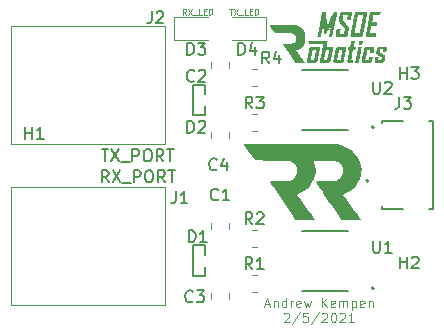
<source format=gbr>
%TF.GenerationSoftware,KiCad,Pcbnew,(5.99.0-8817-g721bf82603)*%
%TF.CreationDate,2021-02-09T01:09:19-06:00*%
%TF.ProjectId,VEXRS485ToSerial,56455852-5334-4383-9554-6f5365726961,rev?*%
%TF.SameCoordinates,Original*%
%TF.FileFunction,Legend,Top*%
%TF.FilePolarity,Positive*%
%FSLAX46Y46*%
G04 Gerber Fmt 4.6, Leading zero omitted, Abs format (unit mm)*
G04 Created by KiCad (PCBNEW (5.99.0-8817-g721bf82603)) date 2021-02-09 01:09:19*
%MOMM*%
%LPD*%
G01*
G04 APERTURE LIST*
%ADD10C,0.100000*%
%ADD11C,0.150000*%
%ADD12C,0.127000*%
%ADD13C,0.200000*%
%ADD14C,0.120000*%
G04 APERTURE END LIST*
D10*
X80645571Y-106550333D02*
X81026523Y-106550333D01*
X80569380Y-106778904D02*
X80836047Y-105978904D01*
X81102714Y-106778904D01*
X81369380Y-106245571D02*
X81369380Y-106778904D01*
X81369380Y-106321761D02*
X81407476Y-106283666D01*
X81483666Y-106245571D01*
X81597952Y-106245571D01*
X81674142Y-106283666D01*
X81712238Y-106359857D01*
X81712238Y-106778904D01*
X82436047Y-106778904D02*
X82436047Y-105978904D01*
X82436047Y-106740809D02*
X82359857Y-106778904D01*
X82207476Y-106778904D01*
X82131285Y-106740809D01*
X82093190Y-106702714D01*
X82055095Y-106626523D01*
X82055095Y-106397952D01*
X82093190Y-106321761D01*
X82131285Y-106283666D01*
X82207476Y-106245571D01*
X82359857Y-106245571D01*
X82436047Y-106283666D01*
X82817000Y-106778904D02*
X82817000Y-106245571D01*
X82817000Y-106397952D02*
X82855095Y-106321761D01*
X82893190Y-106283666D01*
X82969380Y-106245571D01*
X83045571Y-106245571D01*
X83617000Y-106740809D02*
X83540809Y-106778904D01*
X83388428Y-106778904D01*
X83312238Y-106740809D01*
X83274142Y-106664619D01*
X83274142Y-106359857D01*
X83312238Y-106283666D01*
X83388428Y-106245571D01*
X83540809Y-106245571D01*
X83617000Y-106283666D01*
X83655095Y-106359857D01*
X83655095Y-106436047D01*
X83274142Y-106512238D01*
X83921761Y-106245571D02*
X84074142Y-106778904D01*
X84226523Y-106397952D01*
X84378904Y-106778904D01*
X84531285Y-106245571D01*
X85445571Y-106778904D02*
X85445571Y-105978904D01*
X85902714Y-106778904D02*
X85559857Y-106321761D01*
X85902714Y-105978904D02*
X85445571Y-106436047D01*
X86550333Y-106740809D02*
X86474142Y-106778904D01*
X86321761Y-106778904D01*
X86245571Y-106740809D01*
X86207476Y-106664619D01*
X86207476Y-106359857D01*
X86245571Y-106283666D01*
X86321761Y-106245571D01*
X86474142Y-106245571D01*
X86550333Y-106283666D01*
X86588428Y-106359857D01*
X86588428Y-106436047D01*
X86207476Y-106512238D01*
X86931285Y-106778904D02*
X86931285Y-106245571D01*
X86931285Y-106321761D02*
X86969380Y-106283666D01*
X87045571Y-106245571D01*
X87159857Y-106245571D01*
X87236047Y-106283666D01*
X87274142Y-106359857D01*
X87274142Y-106778904D01*
X87274142Y-106359857D02*
X87312238Y-106283666D01*
X87388428Y-106245571D01*
X87502714Y-106245571D01*
X87578904Y-106283666D01*
X87617000Y-106359857D01*
X87617000Y-106778904D01*
X87997952Y-106245571D02*
X87997952Y-107045571D01*
X87997952Y-106283666D02*
X88074142Y-106245571D01*
X88226523Y-106245571D01*
X88302714Y-106283666D01*
X88340809Y-106321761D01*
X88378904Y-106397952D01*
X88378904Y-106626523D01*
X88340809Y-106702714D01*
X88302714Y-106740809D01*
X88226523Y-106778904D01*
X88074142Y-106778904D01*
X87997952Y-106740809D01*
X89026523Y-106740809D02*
X88950333Y-106778904D01*
X88797952Y-106778904D01*
X88721761Y-106740809D01*
X88683666Y-106664619D01*
X88683666Y-106359857D01*
X88721761Y-106283666D01*
X88797952Y-106245571D01*
X88950333Y-106245571D01*
X89026523Y-106283666D01*
X89064619Y-106359857D01*
X89064619Y-106436047D01*
X88683666Y-106512238D01*
X89407476Y-106245571D02*
X89407476Y-106778904D01*
X89407476Y-106321761D02*
X89445571Y-106283666D01*
X89521761Y-106245571D01*
X89636047Y-106245571D01*
X89712238Y-106283666D01*
X89750333Y-106359857D01*
X89750333Y-106778904D01*
X82245571Y-107343095D02*
X82283666Y-107305000D01*
X82359857Y-107266904D01*
X82550333Y-107266904D01*
X82626523Y-107305000D01*
X82664619Y-107343095D01*
X82702714Y-107419285D01*
X82702714Y-107495476D01*
X82664619Y-107609761D01*
X82207476Y-108066904D01*
X82702714Y-108066904D01*
X83617000Y-107228809D02*
X82931285Y-108257380D01*
X84264619Y-107266904D02*
X83883666Y-107266904D01*
X83845571Y-107647857D01*
X83883666Y-107609761D01*
X83959857Y-107571666D01*
X84150333Y-107571666D01*
X84226523Y-107609761D01*
X84264619Y-107647857D01*
X84302714Y-107724047D01*
X84302714Y-107914523D01*
X84264619Y-107990714D01*
X84226523Y-108028809D01*
X84150333Y-108066904D01*
X83959857Y-108066904D01*
X83883666Y-108028809D01*
X83845571Y-107990714D01*
X85217000Y-107228809D02*
X84531285Y-108257380D01*
X85445571Y-107343095D02*
X85483666Y-107305000D01*
X85559857Y-107266904D01*
X85750333Y-107266904D01*
X85826523Y-107305000D01*
X85864619Y-107343095D01*
X85902714Y-107419285D01*
X85902714Y-107495476D01*
X85864619Y-107609761D01*
X85407476Y-108066904D01*
X85902714Y-108066904D01*
X86397952Y-107266904D02*
X86474142Y-107266904D01*
X86550333Y-107305000D01*
X86588428Y-107343095D01*
X86626523Y-107419285D01*
X86664619Y-107571666D01*
X86664619Y-107762142D01*
X86626523Y-107914523D01*
X86588428Y-107990714D01*
X86550333Y-108028809D01*
X86474142Y-108066904D01*
X86397952Y-108066904D01*
X86321761Y-108028809D01*
X86283666Y-107990714D01*
X86245571Y-107914523D01*
X86207476Y-107762142D01*
X86207476Y-107571666D01*
X86245571Y-107419285D01*
X86283666Y-107343095D01*
X86321761Y-107305000D01*
X86397952Y-107266904D01*
X86969380Y-107343095D02*
X87007476Y-107305000D01*
X87083666Y-107266904D01*
X87274142Y-107266904D01*
X87350333Y-107305000D01*
X87388428Y-107343095D01*
X87426523Y-107419285D01*
X87426523Y-107495476D01*
X87388428Y-107609761D01*
X86931285Y-108066904D01*
X87426523Y-108066904D01*
X88188428Y-108066904D02*
X87731285Y-108066904D01*
X87959857Y-108066904D02*
X87959857Y-107266904D01*
X87883666Y-107381190D01*
X87807476Y-107457380D01*
X87731285Y-107495476D01*
D11*
%TO.C,U1*%
X89789095Y-101179380D02*
X89789095Y-101988904D01*
X89836714Y-102084142D01*
X89884333Y-102131761D01*
X89979571Y-102179380D01*
X90170047Y-102179380D01*
X90265285Y-102131761D01*
X90312904Y-102084142D01*
X90360523Y-101988904D01*
X90360523Y-101179380D01*
X91360523Y-102179380D02*
X90789095Y-102179380D01*
X91074809Y-102179380D02*
X91074809Y-101179380D01*
X90979571Y-101322238D01*
X90884333Y-101417476D01*
X90789095Y-101465095D01*
%TO.C,H3*%
X92075095Y-87447380D02*
X92075095Y-86447380D01*
X92075095Y-86923571D02*
X92646523Y-86923571D01*
X92646523Y-87447380D02*
X92646523Y-86447380D01*
X93027476Y-86447380D02*
X93646523Y-86447380D01*
X93313190Y-86828333D01*
X93456047Y-86828333D01*
X93551285Y-86875952D01*
X93598904Y-86923571D01*
X93646523Y-87018809D01*
X93646523Y-87256904D01*
X93598904Y-87352142D01*
X93551285Y-87399761D01*
X93456047Y-87447380D01*
X93170333Y-87447380D01*
X93075095Y-87399761D01*
X93027476Y-87352142D01*
%TO.C,J2*%
X71040666Y-81748380D02*
X71040666Y-82462666D01*
X70993047Y-82605523D01*
X70897809Y-82700761D01*
X70754952Y-82748380D01*
X70659714Y-82748380D01*
X71469238Y-81843619D02*
X71516857Y-81796000D01*
X71612095Y-81748380D01*
X71850190Y-81748380D01*
X71945428Y-81796000D01*
X71993047Y-81843619D01*
X72040666Y-81938857D01*
X72040666Y-82034095D01*
X71993047Y-82176952D01*
X71421619Y-82748380D01*
X72040666Y-82748380D01*
X66802380Y-93432380D02*
X67373809Y-93432380D01*
X67088095Y-94432380D02*
X67088095Y-93432380D01*
X67611904Y-93432380D02*
X68278571Y-94432380D01*
X68278571Y-93432380D02*
X67611904Y-94432380D01*
X68421428Y-94527619D02*
X69183333Y-94527619D01*
X69421428Y-94432380D02*
X69421428Y-93432380D01*
X69802380Y-93432380D01*
X69897619Y-93480000D01*
X69945238Y-93527619D01*
X69992857Y-93622857D01*
X69992857Y-93765714D01*
X69945238Y-93860952D01*
X69897619Y-93908571D01*
X69802380Y-93956190D01*
X69421428Y-93956190D01*
X70611904Y-93432380D02*
X70802380Y-93432380D01*
X70897619Y-93480000D01*
X70992857Y-93575238D01*
X71040476Y-93765714D01*
X71040476Y-94099047D01*
X70992857Y-94289523D01*
X70897619Y-94384761D01*
X70802380Y-94432380D01*
X70611904Y-94432380D01*
X70516666Y-94384761D01*
X70421428Y-94289523D01*
X70373809Y-94099047D01*
X70373809Y-93765714D01*
X70421428Y-93575238D01*
X70516666Y-93480000D01*
X70611904Y-93432380D01*
X72040476Y-94432380D02*
X71707142Y-93956190D01*
X71469047Y-94432380D02*
X71469047Y-93432380D01*
X71850000Y-93432380D01*
X71945238Y-93480000D01*
X71992857Y-93527619D01*
X72040476Y-93622857D01*
X72040476Y-93765714D01*
X71992857Y-93860952D01*
X71945238Y-93908571D01*
X71850000Y-93956190D01*
X71469047Y-93956190D01*
X72326190Y-93432380D02*
X72897619Y-93432380D01*
X72611904Y-94432380D02*
X72611904Y-93432380D01*
%TO.C,C4*%
X76541333Y-95099142D02*
X76493714Y-95146761D01*
X76350857Y-95194380D01*
X76255619Y-95194380D01*
X76112761Y-95146761D01*
X76017523Y-95051523D01*
X75969904Y-94956285D01*
X75922285Y-94765809D01*
X75922285Y-94622952D01*
X75969904Y-94432476D01*
X76017523Y-94337238D01*
X76112761Y-94242000D01*
X76255619Y-94194380D01*
X76350857Y-94194380D01*
X76493714Y-94242000D01*
X76541333Y-94289619D01*
X77398476Y-94527714D02*
X77398476Y-95194380D01*
X77160380Y-94146761D02*
X76922285Y-94861047D01*
X77541333Y-94861047D01*
%TO.C,J3*%
X91995666Y-88987380D02*
X91995666Y-89701666D01*
X91948047Y-89844523D01*
X91852809Y-89939761D01*
X91709952Y-89987380D01*
X91614714Y-89987380D01*
X92376619Y-88987380D02*
X92995666Y-88987380D01*
X92662333Y-89368333D01*
X92805190Y-89368333D01*
X92900428Y-89415952D01*
X92948047Y-89463571D01*
X92995666Y-89558809D01*
X92995666Y-89796904D01*
X92948047Y-89892142D01*
X92900428Y-89939761D01*
X92805190Y-89987380D01*
X92519476Y-89987380D01*
X92424238Y-89939761D01*
X92376619Y-89892142D01*
%TO.C,R2*%
X79573333Y-99767380D02*
X79240000Y-99291190D01*
X79001904Y-99767380D02*
X79001904Y-98767380D01*
X79382857Y-98767380D01*
X79478095Y-98815000D01*
X79525714Y-98862619D01*
X79573333Y-98957857D01*
X79573333Y-99100714D01*
X79525714Y-99195952D01*
X79478095Y-99243571D01*
X79382857Y-99291190D01*
X79001904Y-99291190D01*
X79954285Y-98862619D02*
X80001904Y-98815000D01*
X80097142Y-98767380D01*
X80335238Y-98767380D01*
X80430476Y-98815000D01*
X80478095Y-98862619D01*
X80525714Y-98957857D01*
X80525714Y-99053095D01*
X80478095Y-99195952D01*
X79906666Y-99767380D01*
X80525714Y-99767380D01*
%TO.C,H1*%
X60325095Y-92527380D02*
X60325095Y-91527380D01*
X60325095Y-92003571D02*
X60896523Y-92003571D01*
X60896523Y-92527380D02*
X60896523Y-91527380D01*
X61896523Y-92527380D02*
X61325095Y-92527380D01*
X61610809Y-92527380D02*
X61610809Y-91527380D01*
X61515571Y-91670238D01*
X61420333Y-91765476D01*
X61325095Y-91813095D01*
%TO.C,R1*%
X79573333Y-103577380D02*
X79240000Y-103101190D01*
X79001904Y-103577380D02*
X79001904Y-102577380D01*
X79382857Y-102577380D01*
X79478095Y-102625000D01*
X79525714Y-102672619D01*
X79573333Y-102767857D01*
X79573333Y-102910714D01*
X79525714Y-103005952D01*
X79478095Y-103053571D01*
X79382857Y-103101190D01*
X79001904Y-103101190D01*
X80525714Y-103577380D02*
X79954285Y-103577380D01*
X80240000Y-103577380D02*
X80240000Y-102577380D01*
X80144761Y-102720238D01*
X80049523Y-102815476D01*
X79954285Y-102863095D01*
%TO.C,C1*%
X76668333Y-97664542D02*
X76620714Y-97712161D01*
X76477857Y-97759780D01*
X76382619Y-97759780D01*
X76239761Y-97712161D01*
X76144523Y-97616923D01*
X76096904Y-97521685D01*
X76049285Y-97331209D01*
X76049285Y-97188352D01*
X76096904Y-96997876D01*
X76144523Y-96902638D01*
X76239761Y-96807400D01*
X76382619Y-96759780D01*
X76477857Y-96759780D01*
X76620714Y-96807400D01*
X76668333Y-96855019D01*
X77620714Y-97759780D02*
X77049285Y-97759780D01*
X77335000Y-97759780D02*
X77335000Y-96759780D01*
X77239761Y-96902638D01*
X77144523Y-96997876D01*
X77049285Y-97045495D01*
%TO.C,U2*%
X89789095Y-87717380D02*
X89789095Y-88526904D01*
X89836714Y-88622142D01*
X89884333Y-88669761D01*
X89979571Y-88717380D01*
X90170047Y-88717380D01*
X90265285Y-88669761D01*
X90312904Y-88622142D01*
X90360523Y-88526904D01*
X90360523Y-87717380D01*
X90789095Y-87812619D02*
X90836714Y-87765000D01*
X90931952Y-87717380D01*
X91170047Y-87717380D01*
X91265285Y-87765000D01*
X91312904Y-87812619D01*
X91360523Y-87907857D01*
X91360523Y-88003095D01*
X91312904Y-88145952D01*
X90741476Y-88717380D01*
X91360523Y-88717380D01*
%TO.C,J1*%
X73072666Y-96988380D02*
X73072666Y-97702666D01*
X73025047Y-97845523D01*
X72929809Y-97940761D01*
X72786952Y-97988380D01*
X72691714Y-97988380D01*
X74072666Y-97988380D02*
X73501238Y-97988380D01*
X73786952Y-97988380D02*
X73786952Y-96988380D01*
X73691714Y-97131238D01*
X73596476Y-97226476D01*
X73501238Y-97274095D01*
X67397619Y-96210380D02*
X67064285Y-95734190D01*
X66826190Y-96210380D02*
X66826190Y-95210380D01*
X67207142Y-95210380D01*
X67302380Y-95258000D01*
X67350000Y-95305619D01*
X67397619Y-95400857D01*
X67397619Y-95543714D01*
X67350000Y-95638952D01*
X67302380Y-95686571D01*
X67207142Y-95734190D01*
X66826190Y-95734190D01*
X67730952Y-95210380D02*
X68397619Y-96210380D01*
X68397619Y-95210380D02*
X67730952Y-96210380D01*
X68540476Y-96305619D02*
X69302380Y-96305619D01*
X69540476Y-96210380D02*
X69540476Y-95210380D01*
X69921428Y-95210380D01*
X70016666Y-95258000D01*
X70064285Y-95305619D01*
X70111904Y-95400857D01*
X70111904Y-95543714D01*
X70064285Y-95638952D01*
X70016666Y-95686571D01*
X69921428Y-95734190D01*
X69540476Y-95734190D01*
X70730952Y-95210380D02*
X70921428Y-95210380D01*
X71016666Y-95258000D01*
X71111904Y-95353238D01*
X71159523Y-95543714D01*
X71159523Y-95877047D01*
X71111904Y-96067523D01*
X71016666Y-96162761D01*
X70921428Y-96210380D01*
X70730952Y-96210380D01*
X70635714Y-96162761D01*
X70540476Y-96067523D01*
X70492857Y-95877047D01*
X70492857Y-95543714D01*
X70540476Y-95353238D01*
X70635714Y-95258000D01*
X70730952Y-95210380D01*
X72159523Y-96210380D02*
X71826190Y-95734190D01*
X71588095Y-96210380D02*
X71588095Y-95210380D01*
X71969047Y-95210380D01*
X72064285Y-95258000D01*
X72111904Y-95305619D01*
X72159523Y-95400857D01*
X72159523Y-95543714D01*
X72111904Y-95638952D01*
X72064285Y-95686571D01*
X71969047Y-95734190D01*
X71588095Y-95734190D01*
X72445238Y-95210380D02*
X73016666Y-95210380D01*
X72730952Y-96210380D02*
X72730952Y-95210380D01*
%TO.C,C3*%
X74509333Y-106275142D02*
X74461714Y-106322761D01*
X74318857Y-106370380D01*
X74223619Y-106370380D01*
X74080761Y-106322761D01*
X73985523Y-106227523D01*
X73937904Y-106132285D01*
X73890285Y-105941809D01*
X73890285Y-105798952D01*
X73937904Y-105608476D01*
X73985523Y-105513238D01*
X74080761Y-105418000D01*
X74223619Y-105370380D01*
X74318857Y-105370380D01*
X74461714Y-105418000D01*
X74509333Y-105465619D01*
X74842666Y-105370380D02*
X75461714Y-105370380D01*
X75128380Y-105751333D01*
X75271238Y-105751333D01*
X75366476Y-105798952D01*
X75414095Y-105846571D01*
X75461714Y-105941809D01*
X75461714Y-106179904D01*
X75414095Y-106275142D01*
X75366476Y-106322761D01*
X75271238Y-106370380D01*
X74985523Y-106370380D01*
X74890285Y-106322761D01*
X74842666Y-106275142D01*
%TO.C,C2*%
X74636333Y-87606142D02*
X74588714Y-87653761D01*
X74445857Y-87701380D01*
X74350619Y-87701380D01*
X74207761Y-87653761D01*
X74112523Y-87558523D01*
X74064904Y-87463285D01*
X74017285Y-87272809D01*
X74017285Y-87129952D01*
X74064904Y-86939476D01*
X74112523Y-86844238D01*
X74207761Y-86749000D01*
X74350619Y-86701380D01*
X74445857Y-86701380D01*
X74588714Y-86749000D01*
X74636333Y-86796619D01*
X75017285Y-86796619D02*
X75064904Y-86749000D01*
X75160142Y-86701380D01*
X75398238Y-86701380D01*
X75493476Y-86749000D01*
X75541095Y-86796619D01*
X75588714Y-86891857D01*
X75588714Y-86987095D01*
X75541095Y-87129952D01*
X74969666Y-87701380D01*
X75588714Y-87701380D01*
%TO.C,D4*%
X78382904Y-85415380D02*
X78382904Y-84415380D01*
X78621000Y-84415380D01*
X78763857Y-84463000D01*
X78859095Y-84558238D01*
X78906714Y-84653476D01*
X78954333Y-84843952D01*
X78954333Y-84986809D01*
X78906714Y-85177285D01*
X78859095Y-85272523D01*
X78763857Y-85367761D01*
X78621000Y-85415380D01*
X78382904Y-85415380D01*
X79811476Y-84748714D02*
X79811476Y-85415380D01*
X79573380Y-84367761D02*
X79335285Y-85082047D01*
X79954333Y-85082047D01*
D10*
X77626000Y-81514190D02*
X77911714Y-81514190D01*
X77768857Y-82014190D02*
X77768857Y-81514190D01*
X78030761Y-81514190D02*
X78364095Y-82014190D01*
X78364095Y-81514190D02*
X78030761Y-82014190D01*
X78435523Y-82061809D02*
X78816476Y-82061809D01*
X79173619Y-82014190D02*
X78935523Y-82014190D01*
X78935523Y-81514190D01*
X79340285Y-81752285D02*
X79506952Y-81752285D01*
X79578380Y-82014190D02*
X79340285Y-82014190D01*
X79340285Y-81514190D01*
X79578380Y-81514190D01*
X79792666Y-82014190D02*
X79792666Y-81514190D01*
X79911714Y-81514190D01*
X79983142Y-81538000D01*
X80030761Y-81585619D01*
X80054571Y-81633238D01*
X80078380Y-81728476D01*
X80078380Y-81799904D01*
X80054571Y-81895142D01*
X80030761Y-81942761D01*
X79983142Y-81990380D01*
X79911714Y-82014190D01*
X79792666Y-82014190D01*
D11*
%TO.C,R4*%
X80986333Y-86148380D02*
X80653000Y-85672190D01*
X80414904Y-86148380D02*
X80414904Y-85148380D01*
X80795857Y-85148380D01*
X80891095Y-85196000D01*
X80938714Y-85243619D01*
X80986333Y-85338857D01*
X80986333Y-85481714D01*
X80938714Y-85576952D01*
X80891095Y-85624571D01*
X80795857Y-85672190D01*
X80414904Y-85672190D01*
X81843476Y-85481714D02*
X81843476Y-86148380D01*
X81605380Y-85100761D02*
X81367285Y-85815047D01*
X81986333Y-85815047D01*
%TO.C,H2*%
X92075095Y-103505380D02*
X92075095Y-102505380D01*
X92075095Y-102981571D02*
X92646523Y-102981571D01*
X92646523Y-103505380D02*
X92646523Y-102505380D01*
X93075095Y-102600619D02*
X93122714Y-102553000D01*
X93217952Y-102505380D01*
X93456047Y-102505380D01*
X93551285Y-102553000D01*
X93598904Y-102600619D01*
X93646523Y-102695857D01*
X93646523Y-102791095D01*
X93598904Y-102933952D01*
X93027476Y-103505380D01*
X93646523Y-103505380D01*
%TO.C,D1*%
X74191904Y-101290380D02*
X74191904Y-100290380D01*
X74430000Y-100290380D01*
X74572857Y-100338000D01*
X74668095Y-100433238D01*
X74715714Y-100528476D01*
X74763333Y-100718952D01*
X74763333Y-100861809D01*
X74715714Y-101052285D01*
X74668095Y-101147523D01*
X74572857Y-101242761D01*
X74430000Y-101290380D01*
X74191904Y-101290380D01*
X75715714Y-101290380D02*
X75144285Y-101290380D01*
X75430000Y-101290380D02*
X75430000Y-100290380D01*
X75334761Y-100433238D01*
X75239523Y-100528476D01*
X75144285Y-100576095D01*
%TO.C,D3*%
X74064904Y-85415380D02*
X74064904Y-84415380D01*
X74303000Y-84415380D01*
X74445857Y-84463000D01*
X74541095Y-84558238D01*
X74588714Y-84653476D01*
X74636333Y-84843952D01*
X74636333Y-84986809D01*
X74588714Y-85177285D01*
X74541095Y-85272523D01*
X74445857Y-85367761D01*
X74303000Y-85415380D01*
X74064904Y-85415380D01*
X74969666Y-84415380D02*
X75588714Y-84415380D01*
X75255380Y-84796333D01*
X75398238Y-84796333D01*
X75493476Y-84843952D01*
X75541095Y-84891571D01*
X75588714Y-84986809D01*
X75588714Y-85224904D01*
X75541095Y-85320142D01*
X75493476Y-85367761D01*
X75398238Y-85415380D01*
X75112523Y-85415380D01*
X75017285Y-85367761D01*
X74969666Y-85320142D01*
D10*
X73977619Y-82014190D02*
X73810952Y-81776095D01*
X73691904Y-82014190D02*
X73691904Y-81514190D01*
X73882380Y-81514190D01*
X73930000Y-81538000D01*
X73953809Y-81561809D01*
X73977619Y-81609428D01*
X73977619Y-81680857D01*
X73953809Y-81728476D01*
X73930000Y-81752285D01*
X73882380Y-81776095D01*
X73691904Y-81776095D01*
X74144285Y-81514190D02*
X74477619Y-82014190D01*
X74477619Y-81514190D02*
X74144285Y-82014190D01*
X74549047Y-82061809D02*
X74930000Y-82061809D01*
X75287142Y-82014190D02*
X75049047Y-82014190D01*
X75049047Y-81514190D01*
X75453809Y-81752285D02*
X75620476Y-81752285D01*
X75691904Y-82014190D02*
X75453809Y-82014190D01*
X75453809Y-81514190D01*
X75691904Y-81514190D01*
X75906190Y-82014190D02*
X75906190Y-81514190D01*
X76025238Y-81514190D01*
X76096666Y-81538000D01*
X76144285Y-81585619D01*
X76168095Y-81633238D01*
X76191904Y-81728476D01*
X76191904Y-81799904D01*
X76168095Y-81895142D01*
X76144285Y-81942761D01*
X76096666Y-81990380D01*
X76025238Y-82014190D01*
X75906190Y-82014190D01*
D11*
%TO.C,R3*%
X79572333Y-89958380D02*
X79239000Y-89482190D01*
X79000904Y-89958380D02*
X79000904Y-88958380D01*
X79381857Y-88958380D01*
X79477095Y-89006000D01*
X79524714Y-89053619D01*
X79572333Y-89148857D01*
X79572333Y-89291714D01*
X79524714Y-89386952D01*
X79477095Y-89434571D01*
X79381857Y-89482190D01*
X79000904Y-89482190D01*
X79905666Y-88958380D02*
X80524714Y-88958380D01*
X80191380Y-89339333D01*
X80334238Y-89339333D01*
X80429476Y-89386952D01*
X80477095Y-89434571D01*
X80524714Y-89529809D01*
X80524714Y-89767904D01*
X80477095Y-89863142D01*
X80429476Y-89910761D01*
X80334238Y-89958380D01*
X80048523Y-89958380D01*
X79953285Y-89910761D01*
X79905666Y-89863142D01*
%TO.C,D2*%
X74064904Y-92019380D02*
X74064904Y-91019380D01*
X74303000Y-91019380D01*
X74445857Y-91067000D01*
X74541095Y-91162238D01*
X74588714Y-91257476D01*
X74636333Y-91447952D01*
X74636333Y-91590809D01*
X74588714Y-91781285D01*
X74541095Y-91876523D01*
X74445857Y-91971761D01*
X74303000Y-92019380D01*
X74064904Y-92019380D01*
X75017285Y-91114619D02*
X75064904Y-91067000D01*
X75160142Y-91019380D01*
X75398238Y-91019380D01*
X75493476Y-91067000D01*
X75541095Y-91114619D01*
X75588714Y-91209857D01*
X75588714Y-91305095D01*
X75541095Y-91447952D01*
X74969666Y-92019380D01*
X75588714Y-92019380D01*
D12*
%TO.C,U1*%
X87675000Y-105395000D02*
X83775000Y-105395000D01*
X87675000Y-100345000D02*
X83775000Y-100345000D01*
D13*
X89865000Y-105175000D02*
G75*
G03*
X89865000Y-105175000I-100000J0D01*
G01*
%TO.C,G\u002A\u002A\u002A*%
G36*
X89613567Y-84741740D02*
G01*
X89710113Y-84743392D01*
X89784122Y-84748442D01*
X89838027Y-84758769D01*
X89874258Y-84776252D01*
X89895246Y-84802770D01*
X89903422Y-84840203D01*
X89901218Y-84890430D01*
X89891063Y-84955329D01*
X89875390Y-85036780D01*
X89875198Y-85037767D01*
X89836779Y-85234811D01*
X89688904Y-85234811D01*
X89627358Y-85235232D01*
X89584374Y-85233831D01*
X89557711Y-85226613D01*
X89545130Y-85209579D01*
X89544390Y-85178734D01*
X89553253Y-85130080D01*
X89569477Y-85059622D01*
X89575650Y-85032734D01*
X89577789Y-85018759D01*
X89573390Y-85009811D01*
X89557717Y-85004771D01*
X89526034Y-85002517D01*
X89473606Y-85001929D01*
X89445388Y-85001909D01*
X89387817Y-85002286D01*
X89342129Y-85003305D01*
X89314119Y-85004793D01*
X89308126Y-85005980D01*
X89305535Y-85019910D01*
X89298197Y-85057403D01*
X89286769Y-85115160D01*
X89271906Y-85189883D01*
X89254262Y-85278272D01*
X89234495Y-85377028D01*
X89225925Y-85419762D01*
X89205476Y-85521816D01*
X89186882Y-85614856D01*
X89170799Y-85695583D01*
X89157883Y-85760697D01*
X89148789Y-85806900D01*
X89144171Y-85830893D01*
X89143725Y-85833544D01*
X89156452Y-85835263D01*
X89190742Y-85836623D01*
X89240759Y-85837448D01*
X89279026Y-85837615D01*
X89414328Y-85837615D01*
X89462226Y-85591013D01*
X89611228Y-85591013D01*
X89671416Y-85591894D01*
X89719956Y-85594281D01*
X89751288Y-85597790D01*
X89760240Y-85601288D01*
X89756976Y-85631848D01*
X89748156Y-85681213D01*
X89735294Y-85742983D01*
X89719902Y-85810760D01*
X89703493Y-85878143D01*
X89687581Y-85938733D01*
X89673678Y-85986132D01*
X89663298Y-86013939D01*
X89662205Y-86015916D01*
X89645487Y-86040068D01*
X89625906Y-86058989D01*
X89600100Y-86073305D01*
X89564709Y-86083642D01*
X89516374Y-86090625D01*
X89451734Y-86094879D01*
X89367429Y-86097031D01*
X89260099Y-86097707D01*
X89222940Y-86097715D01*
X89107044Y-86097105D01*
X89016411Y-86095368D01*
X88948923Y-86092400D01*
X88902463Y-86088096D01*
X88874911Y-86082352D01*
X88869950Y-86080299D01*
X88852914Y-86070822D01*
X88839453Y-86059738D01*
X88829745Y-86044582D01*
X88823970Y-86022892D01*
X88822307Y-85992204D01*
X88824935Y-85950056D01*
X88832033Y-85893985D01*
X88843781Y-85821527D01*
X88860356Y-85730220D01*
X88881939Y-85617600D01*
X88908708Y-85481204D01*
X88916306Y-85442720D01*
X88940382Y-85322448D01*
X88963684Y-85209038D01*
X88985516Y-85105666D01*
X89005181Y-85015507D01*
X89021983Y-84941736D01*
X89035224Y-84887529D01*
X89044209Y-84856060D01*
X89046035Y-84851388D01*
X89073117Y-84811290D01*
X89109963Y-84776096D01*
X89114925Y-84772613D01*
X89130507Y-84762890D01*
X89146796Y-84755445D01*
X89167484Y-84749975D01*
X89196266Y-84746175D01*
X89236835Y-84743742D01*
X89292885Y-84742373D01*
X89368109Y-84741763D01*
X89466200Y-84741609D01*
X89492055Y-84741607D01*
X89613567Y-84741740D01*
G37*
G36*
X81882780Y-82908736D02*
G01*
X82051454Y-82909212D01*
X82139545Y-82909549D01*
X82340963Y-82910405D01*
X82516874Y-82911215D01*
X82669169Y-82912032D01*
X82799743Y-82912908D01*
X82910485Y-82913897D01*
X83003291Y-82915050D01*
X83080051Y-82916420D01*
X83142658Y-82918059D01*
X83193005Y-82920021D01*
X83232985Y-82922356D01*
X83264489Y-82925119D01*
X83289410Y-82928362D01*
X83309641Y-82932136D01*
X83327074Y-82936495D01*
X83343602Y-82941491D01*
X83348579Y-82943094D01*
X83435767Y-82972103D01*
X83503033Y-82997038D01*
X83556803Y-83021343D01*
X83603504Y-83048460D01*
X83649561Y-83081833D01*
X83701402Y-83124906D01*
X83723032Y-83143724D01*
X83829880Y-83252031D01*
X83917167Y-83373816D01*
X83987419Y-83513058D01*
X84028452Y-83625048D01*
X84043273Y-83673212D01*
X84053833Y-83714301D01*
X84060848Y-83754673D01*
X84065035Y-83800683D01*
X84067111Y-83858689D01*
X84067792Y-83935049D01*
X84067835Y-83974401D01*
X84066228Y-84088871D01*
X84060521Y-84182886D01*
X84049381Y-84263249D01*
X84031479Y-84336765D01*
X84005483Y-84410238D01*
X83970061Y-84490472D01*
X83964646Y-84501855D01*
X83908550Y-84598095D01*
X83834330Y-84695069D01*
X83749565Y-84784025D01*
X83661836Y-84856211D01*
X83651713Y-84863167D01*
X83576188Y-84907484D01*
X83491227Y-84947017D01*
X83406465Y-84977864D01*
X83331535Y-84996122D01*
X83319175Y-84997850D01*
X83253659Y-85005609D01*
X83281097Y-85041434D01*
X83297812Y-85063918D01*
X83327369Y-85104339D01*
X83366628Y-85158377D01*
X83412448Y-85221712D01*
X83456466Y-85282761D01*
X83507866Y-85354134D01*
X83570806Y-85441482D01*
X83640786Y-85538562D01*
X83713306Y-85639133D01*
X83783867Y-85736954D01*
X83818991Y-85785632D01*
X83875865Y-85864712D01*
X83927078Y-85936433D01*
X83970542Y-85997832D01*
X84004172Y-86045944D01*
X84025881Y-86077807D01*
X84033584Y-86090459D01*
X84020440Y-86092310D01*
X83983231Y-86093973D01*
X83925292Y-86095390D01*
X83849957Y-86096504D01*
X83760561Y-86097258D01*
X83660440Y-86097595D01*
X83619156Y-86097600D01*
X83204728Y-86097282D01*
X83096285Y-85936624D01*
X83005946Y-85802672D01*
X82913843Y-85665891D01*
X82821238Y-85528174D01*
X82729397Y-85391412D01*
X82639585Y-85257499D01*
X82553065Y-85128327D01*
X82471102Y-85005788D01*
X82394961Y-84891776D01*
X82325906Y-84788182D01*
X82265201Y-84696900D01*
X82214112Y-84619821D01*
X82173901Y-84558839D01*
X82145834Y-84515846D01*
X82131176Y-84492734D01*
X82129269Y-84489222D01*
X82142386Y-84487152D01*
X82179402Y-84485285D01*
X82236816Y-84483693D01*
X82311128Y-84482450D01*
X82398837Y-84481630D01*
X82496442Y-84481307D01*
X82505348Y-84481305D01*
X82635604Y-84480866D01*
X82741970Y-84479293D01*
X82827946Y-84476204D01*
X82897033Y-84471212D01*
X82952732Y-84463936D01*
X82998542Y-84453990D01*
X83037964Y-84440991D01*
X83074498Y-84424555D01*
X83088277Y-84417368D01*
X83166806Y-84361203D01*
X83224835Y-84287863D01*
X83262707Y-84196686D01*
X83280765Y-84087009D01*
X83282487Y-84042283D01*
X83270724Y-83937280D01*
X83234409Y-83842039D01*
X83175073Y-83759734D01*
X83124317Y-83714248D01*
X83095671Y-83692392D01*
X83070679Y-83673874D01*
X83046898Y-83658395D01*
X83021882Y-83645660D01*
X82993189Y-83635373D01*
X82958374Y-83627236D01*
X82914994Y-83620953D01*
X82860604Y-83616227D01*
X82792760Y-83612763D01*
X82709019Y-83610264D01*
X82606936Y-83608433D01*
X82484068Y-83606974D01*
X82337970Y-83605589D01*
X82219652Y-83604498D01*
X81494878Y-83597648D01*
X81278417Y-83284339D01*
X81220930Y-83201386D01*
X81167647Y-83124982D01*
X81120800Y-83058290D01*
X81082621Y-83004471D01*
X81055342Y-82966688D01*
X81041196Y-82948105D01*
X81040758Y-82947607D01*
X81024033Y-82925387D01*
X81019561Y-82914532D01*
X81032922Y-82913100D01*
X81071655Y-82911845D01*
X81133731Y-82910774D01*
X81217120Y-82909897D01*
X81319796Y-82909223D01*
X81439728Y-82908761D01*
X81574888Y-82908520D01*
X81723248Y-82908509D01*
X81882780Y-82908736D01*
G37*
G36*
X86462837Y-85730220D02*
G01*
X86484420Y-85617600D01*
X86511189Y-85481204D01*
X86518788Y-85442720D01*
X86542863Y-85322448D01*
X86566165Y-85209038D01*
X86587997Y-85105666D01*
X86607662Y-85015507D01*
X86624464Y-84941736D01*
X86637705Y-84887529D01*
X86646690Y-84856060D01*
X86648516Y-84851388D01*
X86675598Y-84811290D01*
X86712444Y-84776096D01*
X86717407Y-84772613D01*
X86732900Y-84762939D01*
X86749093Y-84755518D01*
X86769654Y-84750054D01*
X86798248Y-84746246D01*
X86838545Y-84743796D01*
X86894209Y-84742406D01*
X86968909Y-84741777D01*
X87066312Y-84741611D01*
X87098265Y-84741607D01*
X87215066Y-84742009D01*
X87307489Y-84743581D01*
X87378549Y-84746868D01*
X87431261Y-84752417D01*
X87468641Y-84760776D01*
X87493702Y-84772490D01*
X87509462Y-84788106D01*
X87518933Y-84808171D01*
X87521848Y-84818399D01*
X87521217Y-84839789D01*
X87515476Y-84884487D01*
X87505311Y-84949021D01*
X87491410Y-85029919D01*
X87474459Y-85123710D01*
X87455145Y-85226922D01*
X87434156Y-85336083D01*
X87412176Y-85447722D01*
X87389895Y-85558365D01*
X87367998Y-85664542D01*
X87347172Y-85762780D01*
X87328104Y-85849609D01*
X87311480Y-85921555D01*
X87297989Y-85975148D01*
X87288316Y-86006914D01*
X87285536Y-86012946D01*
X87259747Y-86041786D01*
X87224375Y-86069353D01*
X87221540Y-86071120D01*
X87205944Y-86079494D01*
X87187683Y-86085915D01*
X87163124Y-86090636D01*
X87128633Y-86093912D01*
X87080575Y-86095998D01*
X87015317Y-86097146D01*
X86929226Y-86097612D01*
X86842107Y-86097664D01*
X86723818Y-86097121D01*
X86630759Y-86095543D01*
X86560777Y-86092828D01*
X86511717Y-86088876D01*
X86481426Y-86083585D01*
X86472431Y-86080299D01*
X86455395Y-86070822D01*
X86441934Y-86059738D01*
X86432226Y-86044582D01*
X86426451Y-86022892D01*
X86424788Y-85992204D01*
X86427416Y-85950056D01*
X86434514Y-85893985D01*
X86444314Y-85833544D01*
X86746206Y-85833544D01*
X86758962Y-85835215D01*
X86793458Y-85836554D01*
X86844033Y-85837400D01*
X86890057Y-85837615D01*
X86949111Y-85837254D01*
X86996417Y-85836278D01*
X87026313Y-85834846D01*
X87033908Y-85833544D01*
X87036500Y-85819614D01*
X87043837Y-85782121D01*
X87055265Y-85724364D01*
X87070129Y-85649641D01*
X87087772Y-85561252D01*
X87107539Y-85462496D01*
X87116109Y-85419762D01*
X87136558Y-85317708D01*
X87155152Y-85224668D01*
X87171235Y-85143941D01*
X87184151Y-85078827D01*
X87193245Y-85032624D01*
X87197863Y-85008632D01*
X87198309Y-85005980D01*
X87185553Y-85004309D01*
X87151057Y-85002970D01*
X87100482Y-85002124D01*
X87054458Y-85001909D01*
X86995404Y-85002270D01*
X86948098Y-85003246D01*
X86918202Y-85004678D01*
X86910607Y-85005980D01*
X86908016Y-85019910D01*
X86900678Y-85057403D01*
X86889250Y-85115160D01*
X86874387Y-85189883D01*
X86856743Y-85278272D01*
X86836976Y-85377028D01*
X86828406Y-85419762D01*
X86807957Y-85521816D01*
X86789363Y-85614856D01*
X86773280Y-85695583D01*
X86760364Y-85760697D01*
X86751270Y-85806900D01*
X86746653Y-85830893D01*
X86746206Y-85833544D01*
X86444314Y-85833544D01*
X86446262Y-85821527D01*
X86462837Y-85730220D01*
G37*
G36*
X90689915Y-84742349D02*
G01*
X90785226Y-84744545D01*
X90855978Y-84748146D01*
X90901113Y-84753106D01*
X90916318Y-84757084D01*
X90944801Y-84774738D01*
X90962778Y-84799562D01*
X90970787Y-84835708D01*
X90969366Y-84887329D01*
X90959054Y-84958578D01*
X90949185Y-85010659D01*
X90916770Y-85173160D01*
X90770053Y-85177049D01*
X90710432Y-85177696D01*
X90662534Y-85176442D01*
X90631939Y-85173545D01*
X90623671Y-85170199D01*
X90626926Y-85149644D01*
X90635552Y-85107053D01*
X90648586Y-85047049D01*
X90657958Y-85005334D01*
X90660100Y-84991260D01*
X90655616Y-84982292D01*
X90639735Y-84977280D01*
X90607685Y-84975074D01*
X90554694Y-84974523D01*
X90530065Y-84974509D01*
X90395171Y-84974509D01*
X90379102Y-85061714D01*
X90370775Y-85108961D01*
X90364968Y-85145828D01*
X90363034Y-85162992D01*
X90373967Y-85174639D01*
X90404344Y-85198439D01*
X90450537Y-85231768D01*
X90508915Y-85272003D01*
X90571961Y-85313976D01*
X90654809Y-85368705D01*
X90717478Y-85411429D01*
X90763021Y-85444668D01*
X90794493Y-85470940D01*
X90814950Y-85492764D01*
X90827445Y-85512660D01*
X90834163Y-85530180D01*
X90834444Y-85553331D01*
X90829483Y-85597328D01*
X90820404Y-85656365D01*
X90808329Y-85724636D01*
X90794382Y-85796338D01*
X90779685Y-85865664D01*
X90765362Y-85926809D01*
X90752537Y-85973967D01*
X90743415Y-85999217D01*
X90720465Y-86030688D01*
X90686246Y-86061822D01*
X90679536Y-86066581D01*
X90663878Y-86076480D01*
X90647615Y-86084040D01*
X90627012Y-86089576D01*
X90598338Y-86093403D01*
X90557859Y-86095835D01*
X90501844Y-86097188D01*
X90426559Y-86097777D01*
X90328271Y-86097916D01*
X90308055Y-86097917D01*
X90205037Y-86097800D01*
X90125793Y-86097256D01*
X90066695Y-86096002D01*
X90024117Y-86093752D01*
X89994432Y-86090220D01*
X89974015Y-86085122D01*
X89959238Y-86078173D01*
X89947029Y-86069523D01*
X89926440Y-86047040D01*
X89914527Y-86016205D01*
X89911164Y-85973014D01*
X89916228Y-85913467D01*
X89929593Y-85833562D01*
X89938331Y-85789665D01*
X89949919Y-85732842D01*
X89959081Y-85686957D01*
X89964627Y-85658019D01*
X89965731Y-85651156D01*
X89978504Y-85648998D01*
X90013115Y-85647258D01*
X90064002Y-85646135D01*
X90114734Y-85645814D01*
X90263737Y-85645814D01*
X90245366Y-85731439D01*
X90232385Y-85792173D01*
X90227541Y-85831055D01*
X90234820Y-85852935D01*
X90258211Y-85862661D01*
X90301701Y-85865081D01*
X90355213Y-85865016D01*
X90484393Y-85865016D01*
X90500210Y-85786240D01*
X90509893Y-85738201D01*
X90518102Y-85697798D01*
X90521753Y-85680064D01*
X90520027Y-85667912D01*
X90508491Y-85652071D01*
X90484515Y-85630421D01*
X90445468Y-85600842D01*
X90388721Y-85561216D01*
X90311643Y-85509424D01*
X90302119Y-85503097D01*
X90216095Y-85445082D01*
X90151320Y-85399131D01*
X90105442Y-85363397D01*
X90076106Y-85336030D01*
X90060959Y-85315180D01*
X90059892Y-85312811D01*
X90053836Y-85292730D01*
X90051808Y-85267491D01*
X90054251Y-85232210D01*
X90061606Y-85182004D01*
X90074315Y-85111990D01*
X90081347Y-85075543D01*
X90099847Y-84982134D01*
X90117053Y-84907999D01*
X90136229Y-84850912D01*
X90160642Y-84808646D01*
X90193558Y-84778974D01*
X90238242Y-84759671D01*
X90297960Y-84748508D01*
X90375978Y-84743259D01*
X90475563Y-84741697D01*
X90571103Y-84741607D01*
X90689915Y-84742349D01*
G37*
G36*
X88750298Y-84742530D02*
G01*
X88796435Y-84745540D01*
X88821492Y-84750998D01*
X88828626Y-84758732D01*
X88826012Y-84775197D01*
X88818512Y-84815873D01*
X88806643Y-84878106D01*
X88790923Y-84959244D01*
X88771868Y-85056634D01*
X88749995Y-85167624D01*
X88725821Y-85289562D01*
X88699864Y-85419796D01*
X88696447Y-85436887D01*
X88564264Y-86097917D01*
X88415591Y-86097917D01*
X88345242Y-86096994D01*
X88299105Y-86093984D01*
X88274048Y-86088526D01*
X88266914Y-86080792D01*
X88269528Y-86064327D01*
X88277028Y-86023651D01*
X88288897Y-85961418D01*
X88304617Y-85880280D01*
X88323672Y-85782890D01*
X88345545Y-85671900D01*
X88369719Y-85549962D01*
X88395676Y-85419728D01*
X88399093Y-85402637D01*
X88531276Y-84741607D01*
X88679949Y-84741607D01*
X88750298Y-84742530D01*
G37*
G36*
X88838314Y-84262276D02*
G01*
X88882570Y-84263411D01*
X88908337Y-84266431D01*
X88920070Y-84272257D01*
X88922224Y-84281811D01*
X88920004Y-84292928D01*
X88914189Y-84319744D01*
X88904934Y-84365552D01*
X88893828Y-84422409D01*
X88888462Y-84450479D01*
X88864410Y-84577205D01*
X88708030Y-84577205D01*
X88640829Y-84577032D01*
X88596573Y-84575897D01*
X88570806Y-84572878D01*
X88559073Y-84567052D01*
X88556919Y-84557497D01*
X88559139Y-84546380D01*
X88564954Y-84519564D01*
X88574209Y-84473757D01*
X88585315Y-84416900D01*
X88590681Y-84388829D01*
X88614733Y-84262103D01*
X88771113Y-84262103D01*
X88838314Y-84262276D01*
G37*
G36*
X85839615Y-82347093D02*
G01*
X85849592Y-82468423D01*
X85859137Y-82582135D01*
X85867975Y-82685121D01*
X85875832Y-82774273D01*
X85882431Y-82846483D01*
X85887498Y-82898644D01*
X85890756Y-82927646D01*
X85891399Y-82931657D01*
X85896016Y-82933536D01*
X85906726Y-82921014D01*
X85924254Y-82892715D01*
X85949321Y-82847265D01*
X85982650Y-82783289D01*
X86024965Y-82699412D01*
X86076987Y-82594259D01*
X86139441Y-82466455D01*
X86181300Y-82380228D01*
X86464330Y-81796084D01*
X86612118Y-81796084D01*
X86672039Y-81796971D01*
X86720290Y-81799376D01*
X86751285Y-81802908D01*
X86759909Y-81806359D01*
X86757285Y-81821108D01*
X86749688Y-81860650D01*
X86737526Y-81922912D01*
X86721212Y-82005820D01*
X86701155Y-82107301D01*
X86677766Y-82225282D01*
X86651456Y-82357690D01*
X86622635Y-82502452D01*
X86591713Y-82657494D01*
X86559102Y-82820744D01*
X86552369Y-82854417D01*
X86344826Y-83892200D01*
X86196163Y-83892200D01*
X86126603Y-83891343D01*
X86080945Y-83888498D01*
X86055737Y-83883257D01*
X86047528Y-83875210D01*
X86047500Y-83874590D01*
X86050157Y-83856572D01*
X86057654Y-83815228D01*
X86069285Y-83754066D01*
X86084342Y-83676592D01*
X86102119Y-83586313D01*
X86121908Y-83486736D01*
X86143002Y-83381369D01*
X86164694Y-83273718D01*
X86186275Y-83167290D01*
X86207040Y-83065592D01*
X86226281Y-82972131D01*
X86243291Y-82890414D01*
X86257362Y-82823948D01*
X86267787Y-82776240D01*
X86273859Y-82750797D01*
X86274646Y-82748241D01*
X86279232Y-82729867D01*
X86275960Y-82728607D01*
X86268524Y-82742424D01*
X86251117Y-82778464D01*
X86225020Y-82833967D01*
X86191513Y-82906171D01*
X86151875Y-82992317D01*
X86107387Y-83089642D01*
X86059329Y-83195387D01*
X86050461Y-83214961D01*
X85833770Y-83693548D01*
X85748834Y-83697627D01*
X85663897Y-83701706D01*
X85662718Y-83629127D01*
X85661322Y-83580691D01*
X85658553Y-83515395D01*
X85654651Y-83436989D01*
X85649859Y-83349220D01*
X85644416Y-83255838D01*
X85638562Y-83160592D01*
X85632540Y-83067231D01*
X85626588Y-82979503D01*
X85620948Y-82901157D01*
X85615861Y-82835942D01*
X85611567Y-82787608D01*
X85608307Y-82759902D01*
X85606611Y-82755091D01*
X85602480Y-82772611D01*
X85593709Y-82814083D01*
X85580891Y-82876566D01*
X85564621Y-82957115D01*
X85545490Y-83052789D01*
X85524092Y-83160643D01*
X85501019Y-83277735D01*
X85490672Y-83330496D01*
X85382005Y-83885350D01*
X85228652Y-83889221D01*
X85075299Y-83893093D01*
X85084461Y-83848121D01*
X85088591Y-83827617D01*
X85097654Y-83782456D01*
X85111208Y-83714850D01*
X85128809Y-83627011D01*
X85150014Y-83521149D01*
X85174381Y-83399475D01*
X85201468Y-83264202D01*
X85230830Y-83117539D01*
X85262025Y-82961699D01*
X85293780Y-82803041D01*
X85493936Y-81802934D01*
X85644319Y-81799089D01*
X85794703Y-81795245D01*
X85839615Y-82347093D01*
G37*
G36*
X90400284Y-81932617D02*
G01*
X90372980Y-82069530D01*
X90098054Y-82073233D01*
X89823127Y-82076936D01*
X89764936Y-82364638D01*
X89747683Y-82450563D01*
X89732400Y-82527866D01*
X89719898Y-82592353D01*
X89710986Y-82639827D01*
X89706475Y-82666093D01*
X89706087Y-82669465D01*
X89712512Y-82676060D01*
X89734288Y-82680856D01*
X89774297Y-82684065D01*
X89835419Y-82685901D01*
X89920535Y-82686576D01*
X89938331Y-82686591D01*
X90014761Y-82686922D01*
X90080654Y-82687840D01*
X90131562Y-82689231D01*
X90163035Y-82690981D01*
X90171233Y-82692545D01*
X90168664Y-82707886D01*
X90161980Y-82742482D01*
X90152715Y-82788776D01*
X90142404Y-82839210D01*
X90132579Y-82886227D01*
X90124776Y-82922271D01*
X90123144Y-82929445D01*
X90119660Y-82940515D01*
X90112500Y-82948598D01*
X90097733Y-82954250D01*
X90071427Y-82958025D01*
X90029654Y-82960479D01*
X89968481Y-82962165D01*
X89883979Y-82963640D01*
X89880546Y-82963695D01*
X89645020Y-82967443D01*
X89588728Y-83248295D01*
X89571261Y-83335411D01*
X89555101Y-83415945D01*
X89541215Y-83485088D01*
X89530568Y-83538032D01*
X89524126Y-83569968D01*
X89523374Y-83573672D01*
X89514313Y-83618198D01*
X90071310Y-83618198D01*
X90043988Y-83755199D01*
X90016667Y-83892200D01*
X89144410Y-83892200D01*
X89153483Y-83847675D01*
X89157598Y-83827244D01*
X89166647Y-83782157D01*
X89180188Y-83714621D01*
X89197777Y-83626848D01*
X89218972Y-83521048D01*
X89243331Y-83399430D01*
X89270410Y-83264204D01*
X89299767Y-83117580D01*
X89330959Y-82961768D01*
X89362731Y-82803041D01*
X89562907Y-81802934D01*
X89995247Y-81799319D01*
X90427588Y-81795705D01*
X90400284Y-81932617D01*
G37*
G36*
X84229719Y-85730220D02*
G01*
X84251302Y-85617600D01*
X84278071Y-85481204D01*
X84285670Y-85442720D01*
X84309746Y-85322448D01*
X84333048Y-85209038D01*
X84354880Y-85105666D01*
X84374545Y-85015507D01*
X84391346Y-84941736D01*
X84404587Y-84887529D01*
X84413572Y-84856060D01*
X84415398Y-84851388D01*
X84442480Y-84811290D01*
X84479327Y-84776096D01*
X84484289Y-84772613D01*
X84499782Y-84762939D01*
X84515976Y-84755518D01*
X84536536Y-84750054D01*
X84565131Y-84746246D01*
X84605427Y-84743796D01*
X84661091Y-84742406D01*
X84735791Y-84741777D01*
X84833194Y-84741611D01*
X84865147Y-84741607D01*
X84981948Y-84742009D01*
X85074371Y-84743581D01*
X85145431Y-84746868D01*
X85198144Y-84752417D01*
X85235523Y-84760776D01*
X85260585Y-84772490D01*
X85276344Y-84788106D01*
X85285816Y-84808171D01*
X85288730Y-84818399D01*
X85288099Y-84839789D01*
X85282358Y-84884487D01*
X85272194Y-84949021D01*
X85258292Y-85029919D01*
X85241342Y-85123710D01*
X85222028Y-85226922D01*
X85201038Y-85336083D01*
X85179059Y-85447722D01*
X85156777Y-85558365D01*
X85134880Y-85664542D01*
X85114054Y-85762780D01*
X85094986Y-85849609D01*
X85078363Y-85921555D01*
X85064871Y-85975148D01*
X85055198Y-86006914D01*
X85052418Y-86012946D01*
X85026629Y-86041786D01*
X84991257Y-86069353D01*
X84988423Y-86071120D01*
X84972826Y-86079494D01*
X84954566Y-86085915D01*
X84930006Y-86090636D01*
X84895515Y-86093912D01*
X84847457Y-86095998D01*
X84782200Y-86097146D01*
X84696109Y-86097612D01*
X84608989Y-86097664D01*
X84490700Y-86097121D01*
X84397642Y-86095543D01*
X84327660Y-86092828D01*
X84278600Y-86088876D01*
X84248308Y-86083585D01*
X84239314Y-86080299D01*
X84222278Y-86070822D01*
X84208816Y-86059738D01*
X84199109Y-86044582D01*
X84193334Y-86022892D01*
X84191671Y-85992204D01*
X84194299Y-85950056D01*
X84201397Y-85893985D01*
X84211196Y-85833544D01*
X84513088Y-85833544D01*
X84525845Y-85835215D01*
X84560341Y-85836554D01*
X84610916Y-85837400D01*
X84656939Y-85837615D01*
X84715994Y-85837254D01*
X84763299Y-85836278D01*
X84793195Y-85834846D01*
X84800790Y-85833544D01*
X84803382Y-85819614D01*
X84810719Y-85782121D01*
X84822148Y-85724364D01*
X84837011Y-85649641D01*
X84854654Y-85561252D01*
X84874422Y-85462496D01*
X84882991Y-85419762D01*
X84903441Y-85317708D01*
X84922034Y-85224668D01*
X84938117Y-85143941D01*
X84951033Y-85078827D01*
X84960128Y-85032624D01*
X84964745Y-85008632D01*
X84965192Y-85005980D01*
X84952435Y-85004309D01*
X84917939Y-85002970D01*
X84867364Y-85002124D01*
X84821341Y-85001909D01*
X84762286Y-85002270D01*
X84714981Y-85003246D01*
X84685085Y-85004678D01*
X84677490Y-85005980D01*
X84674898Y-85019910D01*
X84667561Y-85057403D01*
X84656132Y-85115160D01*
X84641269Y-85189883D01*
X84623626Y-85278272D01*
X84603858Y-85377028D01*
X84595289Y-85419762D01*
X84574839Y-85521816D01*
X84556246Y-85614856D01*
X84540163Y-85695583D01*
X84527247Y-85760697D01*
X84518152Y-85806900D01*
X84513535Y-85830893D01*
X84513088Y-85833544D01*
X84211196Y-85833544D01*
X84213144Y-85821527D01*
X84229719Y-85730220D01*
G37*
G36*
X85359729Y-85626223D02*
G01*
X85385188Y-85499039D01*
X85412385Y-85363077D01*
X85429127Y-85279336D01*
X85577687Y-84536105D01*
X84447405Y-84536105D01*
X84363796Y-84407040D01*
X84330360Y-84354759D01*
X84303286Y-84311160D01*
X84285595Y-84281189D01*
X84280186Y-84270038D01*
X84293493Y-84268623D01*
X84331843Y-84267287D01*
X84392876Y-84266056D01*
X84474234Y-84264950D01*
X84573561Y-84263993D01*
X84688497Y-84263208D01*
X84816685Y-84262616D01*
X84955766Y-84262240D01*
X85103383Y-84262103D01*
X85109043Y-84262103D01*
X85256933Y-84262268D01*
X85396377Y-84262743D01*
X85525015Y-84263500D01*
X85640491Y-84264508D01*
X85740446Y-84265740D01*
X85822521Y-84267165D01*
X85884358Y-84268754D01*
X85923600Y-84270478D01*
X85937889Y-84272308D01*
X85937908Y-84272378D01*
X85935344Y-84288471D01*
X85928209Y-84327028D01*
X85917346Y-84383652D01*
X85903599Y-84453949D01*
X85887927Y-84532933D01*
X85872470Y-84611959D01*
X85859542Y-84681243D01*
X85849887Y-84736517D01*
X85844252Y-84773516D01*
X85843381Y-84787971D01*
X85843393Y-84787983D01*
X85858263Y-84787854D01*
X85894619Y-84783937D01*
X85946912Y-84776913D01*
X86006400Y-84767968D01*
X86131588Y-84751016D01*
X86231324Y-84743543D01*
X86305525Y-84745553D01*
X86354105Y-84757049D01*
X86354182Y-84757084D01*
X86372020Y-84765878D01*
X86386255Y-84776029D01*
X86396712Y-84789958D01*
X86403220Y-84810087D01*
X86405604Y-84838838D01*
X86403693Y-84878632D01*
X86397314Y-84931890D01*
X86386293Y-85001034D01*
X86370457Y-85088486D01*
X86349633Y-85196667D01*
X86323649Y-85327998D01*
X86307694Y-85407980D01*
X86280185Y-85545482D01*
X86257323Y-85658708D01*
X86238442Y-85750261D01*
X86222876Y-85822745D01*
X86209958Y-85878765D01*
X86199022Y-85920923D01*
X86189401Y-85951823D01*
X86180428Y-85974069D01*
X86171437Y-85990265D01*
X86161762Y-86003014D01*
X86152904Y-86012667D01*
X86127705Y-86036359D01*
X86100218Y-86055271D01*
X86067159Y-86069927D01*
X86025243Y-86080853D01*
X85971188Y-86088571D01*
X85901709Y-86093608D01*
X85813522Y-86096488D01*
X85703345Y-86097734D01*
X85619222Y-86097917D01*
X85264417Y-86097917D01*
X85272492Y-86060242D01*
X85276640Y-86040004D01*
X85285635Y-85995480D01*
X85298960Y-85929256D01*
X85316096Y-85843916D01*
X85317360Y-85837615D01*
X85627053Y-85837615D01*
X85740612Y-85837615D01*
X85799369Y-85836627D01*
X85838249Y-85832628D01*
X85864735Y-85824068D01*
X85886313Y-85809395D01*
X85889339Y-85806790D01*
X85900204Y-85795467D01*
X85910061Y-85779822D01*
X85919768Y-85756694D01*
X85930181Y-85722922D01*
X85942158Y-85675347D01*
X85956557Y-85610807D01*
X85974234Y-85526142D01*
X85996047Y-85418191D01*
X85999704Y-85399917D01*
X86019236Y-85301863D01*
X86036880Y-85212560D01*
X86051950Y-85135539D01*
X86063761Y-85074332D01*
X86071625Y-85032471D01*
X86074856Y-85013487D01*
X86074901Y-85012889D01*
X86062156Y-85008335D01*
X86027739Y-85004703D01*
X85977372Y-85002440D01*
X85934250Y-85001909D01*
X85793600Y-85001909D01*
X85710326Y-85419762D01*
X85627053Y-85837615D01*
X85317360Y-85837615D01*
X85336525Y-85742043D01*
X85359729Y-85626223D01*
G37*
G36*
X88158848Y-84262945D02*
G01*
X88208883Y-84265232D01*
X88241918Y-84268608D01*
X88252647Y-84272378D01*
X88249482Y-84290764D01*
X88241578Y-84329613D01*
X88230303Y-84382674D01*
X88217028Y-84443701D01*
X88203123Y-84506445D01*
X88189957Y-84564656D01*
X88178902Y-84612088D01*
X88172293Y-84638856D01*
X88159946Y-84689947D01*
X88158722Y-84720469D01*
X88172841Y-84735722D01*
X88206524Y-84741002D01*
X88254141Y-84741607D01*
X88304598Y-84742342D01*
X88332946Y-84745485D01*
X88344457Y-84752441D01*
X88344403Y-84764613D01*
X88344135Y-84765582D01*
X88337975Y-84791575D01*
X88329085Y-84834086D01*
X88321718Y-84871758D01*
X88310428Y-84931120D01*
X88300578Y-84968886D01*
X88287330Y-84990131D01*
X88265842Y-84999928D01*
X88231275Y-85003352D01*
X88194857Y-85004748D01*
X88096872Y-85008759D01*
X88018155Y-85399212D01*
X87997988Y-85499940D01*
X87979685Y-85592681D01*
X87963938Y-85673824D01*
X87951439Y-85739757D01*
X87942880Y-85786871D01*
X87938952Y-85811556D01*
X87938777Y-85813640D01*
X87942032Y-85826348D01*
X87956416Y-85833636D01*
X87987545Y-85836918D01*
X88034016Y-85837615D01*
X88089721Y-85839442D01*
X88120824Y-85845229D01*
X88129927Y-85854740D01*
X88127391Y-85875434D01*
X88120634Y-85915463D01*
X88110949Y-85967322D01*
X88107502Y-85984891D01*
X88085067Y-86097917D01*
X87884865Y-86096990D01*
X87811229Y-86095698D01*
X87745467Y-86092779D01*
X87693377Y-86088620D01*
X87660757Y-86083610D01*
X87654813Y-86081632D01*
X87636948Y-86071972D01*
X87623061Y-86060402D01*
X87613315Y-86044316D01*
X87607871Y-86021108D01*
X87606891Y-85988174D01*
X87610537Y-85942908D01*
X87618970Y-85882704D01*
X87632353Y-85804957D01*
X87650848Y-85707061D01*
X87674615Y-85586412D01*
X87690499Y-85506883D01*
X87712781Y-85395291D01*
X87733258Y-85292203D01*
X87751326Y-85200698D01*
X87766381Y-85123858D01*
X87777821Y-85064760D01*
X87785041Y-85026484D01*
X87787442Y-85012184D01*
X87775082Y-85006383D01*
X87743435Y-85002657D01*
X87717201Y-85001909D01*
X87646988Y-85001909D01*
X87655239Y-84960652D01*
X87662134Y-84925103D01*
X87671655Y-84874711D01*
X87679870Y-84830501D01*
X87696249Y-84741607D01*
X87768971Y-84741607D01*
X87812081Y-84740218D01*
X87835304Y-84734135D01*
X87846092Y-84720488D01*
X87848955Y-84710781D01*
X87855433Y-84681593D01*
X87865954Y-84632391D01*
X87879104Y-84569978D01*
X87893468Y-84501162D01*
X87907629Y-84432744D01*
X87920174Y-84371532D01*
X87929687Y-84324328D01*
X87934427Y-84299778D01*
X87941225Y-84262103D01*
X88097221Y-84262103D01*
X88158848Y-84262945D01*
G37*
G36*
X87928080Y-83476104D02*
G01*
X87951180Y-83358100D01*
X87977060Y-83226719D01*
X88005285Y-83084206D01*
X88035415Y-82932808D01*
X88054553Y-82837004D01*
X88095725Y-82632265D01*
X88132086Y-82453746D01*
X88163797Y-82300721D01*
X88191017Y-82172465D01*
X88213904Y-82068250D01*
X88232618Y-81987352D01*
X88247316Y-81929044D01*
X88258159Y-81892600D01*
X88264454Y-81878284D01*
X88281849Y-81856054D01*
X88300242Y-81838235D01*
X88322723Y-81824343D01*
X88352385Y-81813894D01*
X88392320Y-81806402D01*
X88445618Y-81801384D01*
X88515372Y-81798355D01*
X88604673Y-81796831D01*
X88716613Y-81796326D01*
X88787522Y-81796307D01*
X88911123Y-81796532D01*
X89010324Y-81797368D01*
X89088123Y-81799244D01*
X89147520Y-81802585D01*
X89191513Y-81807819D01*
X89223101Y-81815372D01*
X89245285Y-81825671D01*
X89261062Y-81839144D01*
X89273431Y-81856216D01*
X89279313Y-81866301D01*
X89282887Y-81874749D01*
X89285067Y-81886542D01*
X89285523Y-81903594D01*
X89283926Y-81927818D01*
X89279946Y-81961129D01*
X89273255Y-82005439D01*
X89263523Y-82062663D01*
X89250420Y-82134714D01*
X89233616Y-82223508D01*
X89212784Y-82330956D01*
X89187593Y-82458974D01*
X89157713Y-82609474D01*
X89122816Y-82784371D01*
X89111934Y-82838810D01*
X89070574Y-83044617D01*
X89034026Y-83224224D01*
X89002128Y-83378376D01*
X88974717Y-83507817D01*
X88951631Y-83613293D01*
X88932705Y-83695548D01*
X88917778Y-83755328D01*
X88906687Y-83793375D01*
X88899607Y-83809999D01*
X88882450Y-83831972D01*
X88864372Y-83849639D01*
X88842326Y-83863469D01*
X88813268Y-83873930D01*
X88774154Y-83881490D01*
X88721936Y-83886618D01*
X88653572Y-83889782D01*
X88566015Y-83891450D01*
X88456221Y-83892091D01*
X88365190Y-83892179D01*
X87949708Y-83892200D01*
X87909661Y-83852154D01*
X87884184Y-83820855D01*
X87870409Y-83792601D01*
X87869615Y-83786790D01*
X87872245Y-83769387D01*
X87879844Y-83727370D01*
X87891975Y-83662986D01*
X87900441Y-83618891D01*
X88212664Y-83618891D01*
X88427519Y-83615119D01*
X88642373Y-83611348D01*
X88787734Y-82885242D01*
X88815484Y-82746642D01*
X88841833Y-82615065D01*
X88866250Y-82493161D01*
X88888204Y-82383583D01*
X88907164Y-82288984D01*
X88922597Y-82212014D01*
X88933972Y-82155326D01*
X88940759Y-82121571D01*
X88942236Y-82114265D01*
X88951377Y-82069393D01*
X88736522Y-82073164D01*
X88521667Y-82076936D01*
X88376306Y-82803041D01*
X88348557Y-82941641D01*
X88322208Y-83073219D01*
X88297790Y-83195123D01*
X88275836Y-83304700D01*
X88256877Y-83399300D01*
X88241444Y-83476270D01*
X88230068Y-83532958D01*
X88223282Y-83566712D01*
X88221805Y-83574019D01*
X88212664Y-83618891D01*
X87900441Y-83618891D01*
X87908199Y-83578481D01*
X87928080Y-83476104D01*
G37*
G36*
X87637053Y-81796290D02*
G01*
X87731234Y-81797158D01*
X87804346Y-81799059D01*
X87859555Y-81802365D01*
X87900025Y-81807446D01*
X87928923Y-81814674D01*
X87949411Y-81824422D01*
X87964657Y-81837060D01*
X87975355Y-81849697D01*
X87983697Y-81862492D01*
X87988927Y-81877826D01*
X87990694Y-81899337D01*
X87988647Y-81930665D01*
X87982435Y-81975448D01*
X87971707Y-82037325D01*
X87956111Y-82119935D01*
X87942517Y-82189962D01*
X87891057Y-82453689D01*
X87736485Y-82453689D01*
X87666690Y-82452987D01*
X87620389Y-82450569D01*
X87593704Y-82445968D01*
X87582755Y-82438714D01*
X87581912Y-82435023D01*
X87584534Y-82415007D01*
X87591685Y-82374017D01*
X87602292Y-82317902D01*
X87615284Y-82252510D01*
X87616163Y-82248187D01*
X87629216Y-82183199D01*
X87639978Y-82127912D01*
X87647390Y-82087885D01*
X87650395Y-82068679D01*
X87650413Y-82068202D01*
X87637537Y-82063924D01*
X87602204Y-82060337D01*
X87549352Y-82057748D01*
X87483922Y-82056468D01*
X87461573Y-82056386D01*
X87272734Y-82056386D01*
X87235770Y-82243958D01*
X87221083Y-82320848D01*
X87212035Y-82375446D01*
X87208231Y-82412185D01*
X87209275Y-82435501D01*
X87214770Y-82449827D01*
X87217098Y-82452885D01*
X87277550Y-82523836D01*
X87342707Y-82600958D01*
X87409896Y-82681025D01*
X87476447Y-82760810D01*
X87539690Y-82837089D01*
X87596952Y-82906636D01*
X87645563Y-82966225D01*
X87682853Y-83012631D01*
X87706149Y-83042627D01*
X87710895Y-83049225D01*
X87732804Y-83089387D01*
X87745243Y-83127463D01*
X87746314Y-83137943D01*
X87743675Y-83161766D01*
X87736292Y-83207969D01*
X87724961Y-83272097D01*
X87710480Y-83349698D01*
X87693647Y-83436316D01*
X87686321Y-83473046D01*
X87664823Y-83581211D01*
X87646179Y-83669013D01*
X87627407Y-83738567D01*
X87605523Y-83791986D01*
X87577544Y-83831386D01*
X87540486Y-83858880D01*
X87491366Y-83876585D01*
X87427200Y-83886613D01*
X87345005Y-83891081D01*
X87241798Y-83892102D01*
X87114594Y-83891791D01*
X87095559Y-83891762D01*
X86963188Y-83891059D01*
X86855555Y-83889264D01*
X86773290Y-83886399D01*
X86717018Y-83882490D01*
X86687368Y-83877558D01*
X86684555Y-83876380D01*
X86660166Y-83861178D01*
X86642324Y-83843631D01*
X86630955Y-83820392D01*
X86625986Y-83788118D01*
X86627342Y-83743462D01*
X86634951Y-83683080D01*
X86648739Y-83603627D01*
X86668631Y-83501757D01*
X86675540Y-83467497D01*
X86726865Y-83214045D01*
X86885426Y-83210201D01*
X87043987Y-83206356D01*
X87005287Y-83395152D01*
X86991187Y-83465418D01*
X86979297Y-83527471D01*
X86970658Y-83575669D01*
X86966310Y-83604370D01*
X86965998Y-83608309D01*
X86967798Y-83618018D01*
X86976549Y-83624584D01*
X86996448Y-83628467D01*
X87031689Y-83630127D01*
X87086469Y-83630024D01*
X87153310Y-83628860D01*
X87341212Y-83625048D01*
X87421052Y-83221794D01*
X87162405Y-82913358D01*
X87091041Y-82827245D01*
X87026962Y-82747949D01*
X86972307Y-82678247D01*
X86929213Y-82620918D01*
X86899817Y-82578737D01*
X86886281Y-82554557D01*
X86880847Y-82535186D01*
X86878296Y-82513126D01*
X86879099Y-82484356D01*
X86883726Y-82444855D01*
X86892648Y-82390604D01*
X86906336Y-82317583D01*
X86925202Y-82222062D01*
X86943214Y-82134729D01*
X86960889Y-82054045D01*
X86977096Y-81984807D01*
X86990701Y-81931808D01*
X87000574Y-81899844D01*
X87002177Y-81896015D01*
X87035732Y-81853400D01*
X87080608Y-81824089D01*
X87099324Y-81815787D01*
X87119439Y-81809304D01*
X87144442Y-81804417D01*
X87177827Y-81800902D01*
X87223084Y-81798537D01*
X87283706Y-81797097D01*
X87363185Y-81796360D01*
X87465011Y-81796102D01*
X87518638Y-81796084D01*
X87637053Y-81796290D01*
G37*
G36*
X82105905Y-92970268D02*
G01*
X82507944Y-92970567D01*
X82912596Y-92971093D01*
X83316111Y-92971843D01*
X83714743Y-92972811D01*
X84104741Y-92973993D01*
X84482357Y-92975383D01*
X84843842Y-92976977D01*
X85185447Y-92978769D01*
X85503423Y-92980756D01*
X85794022Y-92982931D01*
X86053495Y-92985290D01*
X86278092Y-92987829D01*
X86464066Y-92990541D01*
X86607666Y-92993423D01*
X86705145Y-92996470D01*
X86752754Y-92999676D01*
X86753206Y-92999747D01*
X87107010Y-93083124D01*
X87447419Y-93214216D01*
X87764982Y-93388416D01*
X88050249Y-93601119D01*
X88123883Y-93667736D01*
X88361329Y-93925716D01*
X88550854Y-94203801D01*
X88691141Y-94498143D01*
X88780870Y-94804894D01*
X88818722Y-95120208D01*
X88803377Y-95440235D01*
X88779637Y-95580564D01*
X88683427Y-95914902D01*
X88538978Y-96223749D01*
X88347902Y-96505076D01*
X88111813Y-96756853D01*
X87832324Y-96977052D01*
X87527728Y-97155320D01*
X87265397Y-97287275D01*
X87596600Y-97741210D01*
X87775008Y-97986112D01*
X87947539Y-98223675D01*
X88111288Y-98449847D01*
X88263349Y-98660576D01*
X88400817Y-98851810D01*
X88520787Y-99019498D01*
X88620355Y-99159587D01*
X88696614Y-99268025D01*
X88746660Y-99340761D01*
X88767588Y-99373742D01*
X88768041Y-99375093D01*
X88741611Y-99378732D01*
X88666788Y-99382000D01*
X88550281Y-99384785D01*
X88398794Y-99386974D01*
X88219033Y-99388454D01*
X88017705Y-99389111D01*
X87934690Y-99389121D01*
X87101339Y-99388482D01*
X86883277Y-99065422D01*
X86715587Y-98816775D01*
X86541820Y-98558729D01*
X86364635Y-98295258D01*
X86186688Y-98030335D01*
X86010637Y-97767937D01*
X85839140Y-97512038D01*
X85674853Y-97266611D01*
X85520435Y-97035633D01*
X85378543Y-96823076D01*
X85251833Y-96632917D01*
X85142964Y-96469128D01*
X85054593Y-96335686D01*
X84989377Y-96236565D01*
X84949973Y-96175738D01*
X84938757Y-96157075D01*
X84965178Y-96153306D01*
X85039933Y-96149295D01*
X85156261Y-96145234D01*
X85307399Y-96141314D01*
X85486587Y-96137729D01*
X85687061Y-96134670D01*
X85758334Y-96133791D01*
X86006095Y-96130727D01*
X86205911Y-96127046D01*
X86364933Y-96121459D01*
X86490310Y-96112677D01*
X86589192Y-96099412D01*
X86668727Y-96080377D01*
X86736066Y-96054282D01*
X86798359Y-96019839D01*
X86862754Y-95975761D01*
X86935085Y-95921752D01*
X87080295Y-95780103D01*
X87182677Y-95612702D01*
X87242230Y-95428457D01*
X87258954Y-95236279D01*
X87232849Y-95045077D01*
X87163916Y-94863759D01*
X87052154Y-94701236D01*
X86935085Y-94593124D01*
X86864619Y-94540317D01*
X86802967Y-94497571D01*
X86743433Y-94463761D01*
X86679323Y-94437757D01*
X86603942Y-94418434D01*
X86510594Y-94404662D01*
X86392587Y-94395316D01*
X86243223Y-94389267D01*
X86055810Y-94385388D01*
X85823652Y-94382552D01*
X85675688Y-94381041D01*
X85459008Y-94379200D01*
X85261015Y-94378213D01*
X85088152Y-94378058D01*
X84946865Y-94378711D01*
X84843597Y-94380151D01*
X84784792Y-94382355D01*
X84773464Y-94384185D01*
X84781971Y-94415187D01*
X84803518Y-94479616D01*
X84816743Y-94517044D01*
X84899375Y-94824123D01*
X84932885Y-95141557D01*
X84916343Y-95456739D01*
X84895255Y-95580564D01*
X84799045Y-95914902D01*
X84654596Y-96223749D01*
X84463520Y-96505076D01*
X84227431Y-96756853D01*
X83947942Y-96977052D01*
X83643346Y-97155320D01*
X83381015Y-97287275D01*
X83712218Y-97741210D01*
X83890626Y-97986112D01*
X84063157Y-98223675D01*
X84226906Y-98449847D01*
X84378967Y-98660576D01*
X84516435Y-98851810D01*
X84636405Y-99019498D01*
X84735973Y-99159587D01*
X84812232Y-99268025D01*
X84862279Y-99340761D01*
X84883207Y-99373742D01*
X84883660Y-99375093D01*
X84857229Y-99378732D01*
X84782407Y-99382000D01*
X84665899Y-99384785D01*
X84514412Y-99386974D01*
X84334651Y-99388454D01*
X84133323Y-99389111D01*
X84050308Y-99389121D01*
X83216957Y-99388482D01*
X82998895Y-99065422D01*
X82831205Y-98816775D01*
X82657438Y-98558729D01*
X82480253Y-98295258D01*
X82302306Y-98030335D01*
X82126255Y-97767937D01*
X81954758Y-97512038D01*
X81790472Y-97266611D01*
X81636053Y-97035633D01*
X81494161Y-96823076D01*
X81367451Y-96632917D01*
X81258582Y-96469128D01*
X81170211Y-96335686D01*
X81104995Y-96236565D01*
X81065592Y-96175738D01*
X81054375Y-96157075D01*
X81080796Y-96153306D01*
X81155552Y-96149295D01*
X81271879Y-96145234D01*
X81423018Y-96141314D01*
X81602205Y-96137729D01*
X81802680Y-96134670D01*
X81873952Y-96133791D01*
X82121713Y-96130727D01*
X82321529Y-96127046D01*
X82480551Y-96121459D01*
X82605928Y-96112677D01*
X82704810Y-96099412D01*
X82784346Y-96080377D01*
X82851685Y-96054282D01*
X82913977Y-96019839D01*
X82978372Y-95975761D01*
X83050703Y-95921752D01*
X83195914Y-95780103D01*
X83298295Y-95612702D01*
X83357848Y-95428457D01*
X83374572Y-95236279D01*
X83348467Y-95045077D01*
X83279534Y-94863759D01*
X83167772Y-94701236D01*
X83050703Y-94593124D01*
X82994030Y-94549906D01*
X82944480Y-94513287D01*
X82897149Y-94482679D01*
X82847130Y-94457495D01*
X82789517Y-94437148D01*
X82719405Y-94421050D01*
X82631887Y-94408614D01*
X82522057Y-94399252D01*
X82385010Y-94392378D01*
X82215839Y-94387404D01*
X82009639Y-94383742D01*
X81761503Y-94380805D01*
X81466526Y-94378006D01*
X81236121Y-94375876D01*
X79778713Y-94362102D01*
X79343442Y-93732086D01*
X79227844Y-93565281D01*
X79120700Y-93411644D01*
X79026498Y-93277536D01*
X78949727Y-93169314D01*
X78894873Y-93093340D01*
X78866427Y-93055971D01*
X78865546Y-93054971D01*
X78831944Y-93010692D01*
X78822922Y-92989379D01*
X78849846Y-92986266D01*
X78928117Y-92983444D01*
X79053988Y-92980910D01*
X79223709Y-92978657D01*
X79433532Y-92976682D01*
X79679707Y-92974979D01*
X79958486Y-92973543D01*
X80266120Y-92972370D01*
X80598860Y-92971454D01*
X80952957Y-92970791D01*
X81324663Y-92970375D01*
X81710229Y-92970203D01*
X82105905Y-92970268D01*
G37*
D14*
%TO.C,J2*%
X72159000Y-83011000D02*
X59159000Y-83011000D01*
X59159000Y-83011000D02*
X59159000Y-93011000D01*
X59159000Y-93011000D02*
X72159000Y-93011000D01*
X72159000Y-93011000D02*
X72159000Y-83011000D01*
%TO.C,C4*%
X76099000Y-91932248D02*
X76099000Y-92454752D01*
X77569000Y-91932248D02*
X77569000Y-92454752D01*
D12*
%TO.C,J3*%
X90532500Y-98442000D02*
X90532500Y-98262000D01*
X94832500Y-98442000D02*
X94562500Y-98442000D01*
X90532500Y-91042000D02*
X92287500Y-91042000D01*
X90532500Y-98442000D02*
X92287500Y-98442000D01*
X94832500Y-98442000D02*
X94832500Y-91042000D01*
X94562500Y-91042000D02*
X94832500Y-91042000D01*
X90532500Y-91042000D02*
X90532500Y-91222000D01*
D13*
X89382500Y-96092000D02*
G75*
G03*
X89382500Y-96092000I-100000J0D01*
G01*
D14*
%TO.C,R2*%
X79512936Y-100230000D02*
X79967064Y-100230000D01*
X79512936Y-101700000D02*
X79967064Y-101700000D01*
%TO.C,R1*%
X79512936Y-105510000D02*
X79967064Y-105510000D01*
X79512936Y-104040000D02*
X79967064Y-104040000D01*
%TO.C,C1*%
X77570000Y-100188752D02*
X77570000Y-99666248D01*
X76100000Y-100188752D02*
X76100000Y-99666248D01*
D12*
%TO.C,U2*%
X87674000Y-91776000D02*
X83774000Y-91776000D01*
X87674000Y-86726000D02*
X83774000Y-86726000D01*
D13*
X89864000Y-91556000D02*
G75*
G03*
X89864000Y-91556000I-100000J0D01*
G01*
D14*
%TO.C,J1*%
X72160000Y-96600000D02*
X59160000Y-96600000D01*
X59160000Y-96600000D02*
X59160000Y-106600000D01*
X59160000Y-106600000D02*
X72160000Y-106600000D01*
X72160000Y-106600000D02*
X72160000Y-96600000D01*
%TO.C,C3*%
X77570000Y-105551248D02*
X77570000Y-106073752D01*
X76100000Y-105551248D02*
X76100000Y-106073752D01*
%TO.C,C2*%
X76099000Y-86569752D02*
X76099000Y-86047248D01*
X77569000Y-86569752D02*
X77569000Y-86047248D01*
%TO.C,D4*%
X77876000Y-84145000D02*
X80736000Y-84145000D01*
X80736000Y-84145000D02*
X80736000Y-82225000D01*
X80736000Y-82225000D02*
X77876000Y-82225000D01*
%TO.C,R4*%
X79511936Y-88081000D02*
X79966064Y-88081000D01*
X79511936Y-86611000D02*
X79966064Y-86611000D01*
D11*
%TO.C,D1*%
X74530000Y-104170000D02*
X75530000Y-104170000D01*
X75530000Y-104170000D02*
X75530000Y-103370000D01*
X75530000Y-102370000D02*
X75530000Y-101570000D01*
X74530000Y-101570000D02*
X74530000Y-104170000D01*
X75530000Y-101570000D02*
X74530000Y-101570000D01*
D14*
%TO.C,D3*%
X75803000Y-82225000D02*
X72943000Y-82225000D01*
X72943000Y-84145000D02*
X75803000Y-84145000D01*
X72943000Y-82225000D02*
X72943000Y-84145000D01*
%TO.C,R3*%
X79511936Y-91891000D02*
X79966064Y-91891000D01*
X79511936Y-90421000D02*
X79966064Y-90421000D01*
D11*
%TO.C,D2*%
X75529000Y-87951000D02*
X74529000Y-87951000D01*
X74529000Y-90551000D02*
X75529000Y-90551000D01*
X74529000Y-87951000D02*
X74529000Y-90551000D01*
X75529000Y-90551000D02*
X75529000Y-89751000D01*
X75529000Y-88751000D02*
X75529000Y-87951000D01*
%TD*%
M02*

</source>
